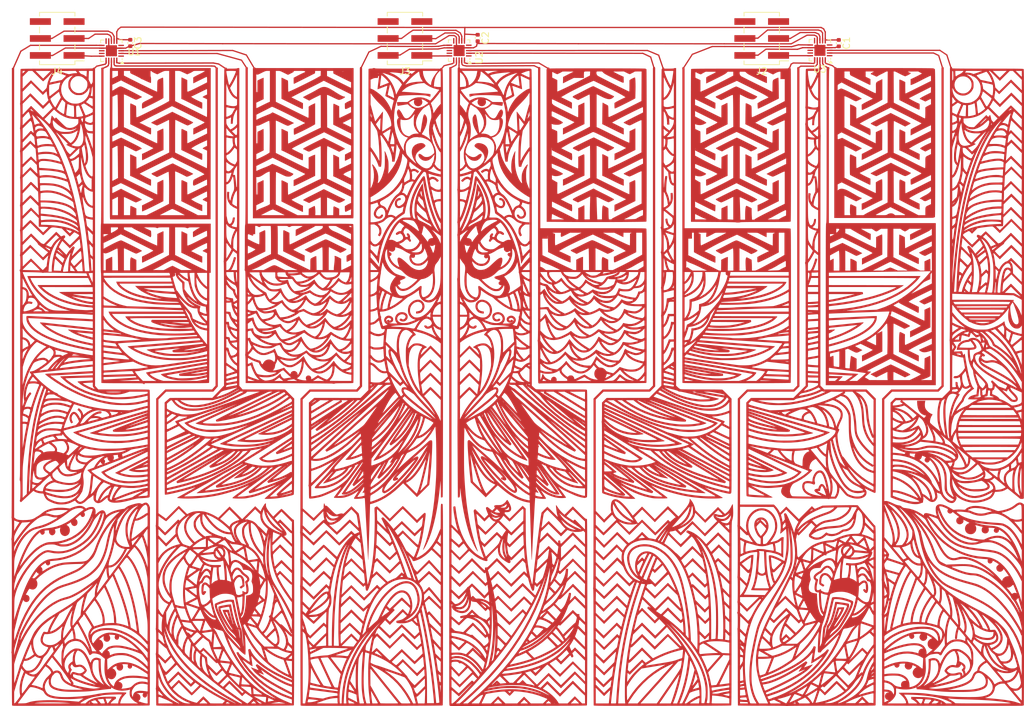
<source format=kicad_pcb>
(kicad_pcb (version 20241229) (generator "pcbnew") (generator_version "9.0")
  (layers (0 "F.Cu" signal) (2 "B.Cu" signal) (13 "F.Paste" user) (15 "B.Paste" user) (5 "F.SilkS" user "F.Silkscreen") (7 "B.SilkS" user "B.Silkscreen") (1 "F.Mask" user) (3 "B.Mask" user) (25 "Edge.Cuts" user))
  (net 0 "")
  (net 1 "T27")
  (net 2 "T04")
  (net 3 "T13")
  (net 4 "T26")
  (net 5 "T23")
  (net 6 "T07")
  (net 7 "T17")
  (net 8 "T14")
  (net 9 "T22")
  (net 10 "T16")
  (net 11 "T20")
  (net 12 "T00")
  (net 13 "T02")
  (net 14 "T03")
  (net 15 "T06")
  (net 16 "T12")
  (net 17 "T21")
  (net 18 "T11")
  (net 19 "T15")
  (net 20 "T25")
  (net 21 "T24")
  (net 22 "T05")
  (net 23 "T01")
  (net 24 "T10")
  (net 27 "GND")
  (net 29 "VDD")
  (net 40 "Net-(J2-Pin_1)")
  (net 42 "Net-(J2-Pin_3)")
  (net 45 "Net-(J2-Pin_4)")
  (net 48 "Net-(J3-Pin_4)")
  (net 50 "Net-(J3-Pin_3)")
  (net 51 "Net-(J3-Pin_1)")
  (net 52 "Net-(J4-Pin_3)")
  (net 53 "Net-(J4-Pin_4)")
  (net 55 "Net-(J4-Pin_1)")
  (footprint "Connector_PinHeader_2.54mm:PinHeader_2x03_P2.54mm_Vertical_SMD" (layer "F.Cu") (at 47.275 36.425 180)
    (property "Reference" "J4")
    (property "Value" "Conn_02x03_Odd_Even")
  )
  (footprint "Connector_PinHeader_2.54mm:PinHeader_2x03_P2.54mm_Vertical_SMD" (layer "F.Cu") (at 152.875 36.425 180)
    (property "Reference" "J2")
    (property "Value" "Conn_02x03_Odd_Even")
  )
  (footprint "Package_DFN_QFN:QFN-20-1EP_3x3mm_P0.4mm_EP1.65x1.65mm" (layer "F.Cu") (at 161.6 38.2 180)
    (property "Reference" "U3")
    (property "Value" "CH32V003F4U6")
  )
  (footprint "Package_DFN_QFN:QFN-20-1EP_3x3mm_P0.4mm_EP1.65x1.65mm" (layer "F.Cu") (at 107.515 38.235 180)
    (property "Reference" "U2")
    (property "Value" "CH32V003F4U6")
  )
  (footprint "Connector_PinHeader_2.54mm:PinHeader_2x03_P2.54mm_Vertical_SMD" (layer "F.Cu") (at 99.4 36.425 180)
    (property "Reference" "J3")
    (property "Value" "Conn_02x03_Odd_Even")
  )
  (footprint "Capacitor_SMD:C_0402_1005Metric" (layer "F.Cu") (at 164.425 37.125 -90)
    (property "Reference" "C1")
    (property "Value" ".1u")
  )
  (footprint "keytartouch:kelseytop" (layer "F.Cu") (at 116.339466 73.150652)
    (property "Reference" "J1" (hide yes))
    (property "Value" "CONNS" (hide yes))
  )
  (footprint "Capacitor_SMD:C_0402_1005Metric" (layer "F.Cu") (at 110.3 36.35 -90)
    (property "Reference" "C2")
    (property "Value" ".1u")
  )
  (footprint "Package_DFN_QFN:QFN-20-1EP_3x3mm_P0.4mm_EP1.65x1.65mm" (layer "F.Cu") (at 55.4 38.265 180)
    (property "Reference" "U1")
    (property "Value" "CH32V003F4U6")
  )
  (footprint "Capacitor_SMD:C_0402_1005Metric" (layer "F.Cu") (at 58.225 37.1 -90)
    (property "Reference" "C3")
    (property "Value" ".1u")
  )
  (segment (start 162.525 40.175) (end 163.475 40.5) (width 0.19) (layer "F.Cu") (net 1))
  (segment (start 162.4 40.05) (end 162.525 40.175) (width 0.19) (layer "F.Cu") (net 1))
  (segment (start 162.4 39.65) (end 162.4 40.05) (width 0.19) (layer "F.Cu") (net 1))
  (segment (start 163.475 40.5) (end 163.919466 40.880652) (width 0.19) (layer "F.Cu") (net 1))
  (segment (start 55 40.225) (end 54.9 40.5) (width 0.2) (layer "F.Cu") (net 2))
  (segment (start 54.7 40.65) (end 54.50343 40.72157) (width 0.2) (layer "F.Cu") (net 2))
  (segment (start 54.9 40.5) (end 54.7 40.65) (width 0.2) (layer "F.Cu") (net 2))
  (segment (start 54.049466 40.950652) (end 54.50343 40.72157) (width 0.2) (layer "F.Cu") (net 2))
  (segment (start 55 39.715) (end 55 40.225) (width 0.2) (layer "F.Cu") (net 2))
  (segment (start 106.715 39.685) (end 106.725 40.075) (width 0.19) (layer "F.Cu") (net 3))
  (segment (start 105.275 40.5) (end 104.849466 41.000652) (width 0.19) (layer "F.Cu") (net 3))
  (segment (start 106.725 40.075) (end 106.5 40.2) (width 0.19) (layer "F.Cu") (net 3))
  (segment (start 106.5 40.2) (end 105.275 40.5) (width 0.19) (layer "F.Cu") (net 3))
  (segment (start 161.6 39.65) (end 161.6 40.175) (width 0.19) (layer "F.Cu") (net 4))
  (segment (start 161.6 40.175) (end 161.625 40.375) (width 0.19) (layer "F.Cu") (net 4))
  (segment (start 161.625 40.375) (end 161.643078 40.863792) (width 0.19) (layer "F.Cu") (net 4))
  (segment (start 157.6 40.1) (end 157.3 40.25) (width 0.19) (layer "F.Cu") (net 5))
  (segment (start 160.8 40.075) (end 160.65 40.175) (width 0.19) (layer "F.Cu") (net 5))
  (segment (start 157.3 40.25) (end 157.009466 40.950652) (width 0.19) (layer "F.Cu") (net 5))
  (segment (start 159.975 40.125) (end 157.6 40.1) (width 0.19) (layer "F.Cu") (net 5))
  (segment (start 160.65 40.175) (end 159.975 40.125) (width 0.19) (layer "F.Cu") (net 5))
  (segment (start 160.825 39.325) (end 160.825 39.7) (width 0.19) (layer "F.Cu") (net 5))
  (segment (start 160.8 39.65) (end 160.8 40.075) (width 0.19) (layer "F.Cu") (net 5))
  (segment (start 56.55 40.125) (end 56.2 40.05) (width 0.2) (layer "F.Cu") (net 6))
  (segment (start 70.675 40.1) (end 56.55 40.125) (width 0.2) (layer "F.Cu") (net 6))
  (segment (start 72.549854 40.95703) (end 71.475 40.25) (width 0.2) (layer "F.Cu") (net 6))
  (segment (start 71.475 40.25) (end 70.675 40.1) (width 0.2) (layer "F.Cu") (net 6))
  (segment (start 56.2 40.05) (end 56.2 39.715) (width 0.2) (layer "F.Cu") (net 6))
  (segment (start 119.475 40.1) (end 118.575 40.1) (width 0.19) (layer "F.Cu") (net 7))
  (segment (start 118.575 40.1) (end 108.69985 40.169626) (width 0.19) (layer "F.Cu") (net 7))
  (segment (start 120.898091 40.936573) (end 119.475 40.1) (width 0.19) (layer "F.Cu") (net 7))
  (segment (start 108.325 40.075) (end 108.315 39.685) (width 0.19) (layer "F.Cu") (net 7))
  (segment (start 108.69985 40.169626) (end 108.325 40.075) (width 0.19) (layer "F.Cu") (net 7))
  (segment (start 107.025 40.425) (end 106.204908 40.86) (width 0.19) (layer "F.Cu") (net 8))
  (segment (start 107.115 39.685) (end 107.124339 40.224987) (width 0.19) (layer "F.Cu") (net 8))
  (segment (start 107.124339 40.224987) (end 107.025 40.425) (width 0.19) (layer "F.Cu") (net 8))
  (segment (start 160.15 37.4) (end 158.375 37.375) (width 0.19) (layer "F.Cu") (net 9))
  (segment (start 145.475 37.625) (end 142.475 38.8) (width 0.19) (layer "F.Cu") (net 9))
  (segment (start 145.475 37.625) (end 147.35 37.625) (width 0.19) (layer "F.Cu") (net 9))
  (segment (start 142.475 38.8) (end 141.129466 40.880652) (width 0.19) (layer "F.Cu") (net 9))
  (segment (start 157.375 37.65) (end 147.35 37.625) (width 0.19) (layer "F.Cu") (net 9))
  (segment (start 158.375 37.375) (end 157.375 37.65) (width 0.19) (layer "F.Cu") (net 9))
  (segment (start 107.515 39.685) (end 107.5 40.45) (width 0.19) (layer "F.Cu") (net 10))
  (segment (start 107.5 40.45) (end 107.499466 40.920652) (width 0.19) (layer "F.Cu") (net 10))
  (segment (start 181.26 40.86) (end 180.625 38.9) (width 0.19) (layer "F.Cu") (net 11))
  (segment (start 180.625 38.9) (end 179.575 38.2) (width 0.19) (layer "F.Cu") (net 11))
  (segment (start 179.575 38.2) (end 163.05 38.2) (width 0.19) (layer "F.Cu") (net 11))
  (segment (start 73.575 38.225) (end 75.625 38.9) (width 0.19) (layer "F.Cu") (net 12))
  (segment (start 75.625 38.9) (end 76.829466 40.920652) (width 0.19) (layer "F.Cu") (net 12))
  (segment (start 56.85 38.265) (end 73.575 38.225) (width 0.19) (layer "F.Cu") (net 12))
  (segment (start 53.95 37.465) (end 53.125 37.45) (width 0.19) (layer "F.Cu") (net 13))
  (segment (start 43.275 37.45) (end 53.125 37.45) (width 0.2) (layer "F.Cu") (net 13))
  (segment (start 40.649466 40.980652) (end 41.825 38.325) (width 0.2) (layer "F.Cu") (net 13))
  (segment (start 41.825 38.325) (end 43.275 37.45) (width 0.2) (layer "F.Cu") (net 13))
  (segment (start 54.6 40.125) (end 54.475 40.275) (width 0.2) (layer "F.Cu") (net 14))
  (segment (start 54.475 40.275) (end 53.2 40.575) (width 0.2) (layer "F.Cu") (net 14))
  (segment (start 54.6 39.715) (end 54.6 40.125) (width 0.2) (layer "F.Cu") (net 14))
  (segment (start 53.2 40.575) (end 52.779466 40.960652) (width 0.2) (layer "F.Cu") (net 14))
  (segment (start 55.4 39.715) (end 55.4 40.35) (width 0.2) (layer "F.Cu") (net 15))
  (segment (start 55.4 40.35) (end 55.389466 40.86) (width 0.2) (layer "F.Cu") (net 15))
  (segment (start 103.45 37.625) (end 104.425 37.6) (width 0.19) (layer "F.Cu") (net 16))
  (segment (start 95.799945 37.604037) (end 103.45 37.625) (width 0.19) (layer "F.Cu") (net 16))
  (segment (start 105.225 37.45) (end 106.065 37.435) (width 0.19) (layer "F.Cu") (net 16))
  (segment (start 94 38.45) (end 95.799945 37.604037) (width 0.19) (layer "F.Cu") (net 16))
  (segment (start 104.425 37.6) (end 105.225 37.45) (width 0.19) (layer "F.Cu") (net 16))
  (segment (start 94 38.45) (end 92.805242 40.86) (width 0.19) (layer "F.Cu") (net 16))
  (segment (start 179.4 38.975) (end 179.98788 40.86) (width 0.19) (layer "F.Cu") (net 17))
  (segment (start 178.625 38.6) (end 179.4 38.975) (width 0.19) (layer "F.Cu") (net 17))
  (segment (start 163.05 38.6) (end 178.625 38.6) (width 0.19) (layer "F.Cu") (net 17))
  (segment (start 109.75 38.625) (end 135.05 38.65) (width 0.19) (layer "F.Cu") (net 18))
  (segment (start 108.965 38.635) (end 109.75 38.625) (width 0.19) (layer "F.Cu") (net 18))
  (segment (start 135.05 38.65) (end 136.225 39.2) (width 0.19) (layer "F.Cu") (net 18))
  (segment (start 136.225 39.2) (end 136.735793 40.86) (width 0.19) (layer "F.Cu") (net 18))
  (segment (start 108.625 40.55) (end 118.75 40.5) (width 0.19) (layer "F.Cu") (net 19))
  (segment (start 107.925 40.05) (end 107.95 40.3) (width 0.19) (layer "F.Cu") (net 19))
  (segment (start 107.915 39.685) (end 107.925 40.05) (width 0.19) (layer "F.Cu") (net 19))
  (segment (start 108.1 40.45) (end 108.625 40.55) (width 0.19) (layer "F.Cu") (net 19))
  (segment (start 118.75 40.5) (end 119.519766 40.86) (width 0.19) (layer "F.Cu") (net 19))
  (segment (start 107.95 40.3) (end 108.1 40.45) (width 0.19) (layer "F.Cu") (net 19))
  (segment (start 162 40.175) (end 162.2 40.475) (width 0.19) (layer "F.Cu") (net 20))
  (segment (start 162 39.65) (end 162 40.175) (width 0.19) (layer "F.Cu") (net 20))
  (segment (start 162.2 40.475) (end 162.842031 40.86) (width 0.19) (layer "F.Cu") (net 20))
  (segment (start 161.2 40.3) (end 161.205 39.65) (width 0.19) (layer "F.Cu") (net 21))
  (segment (start 160.925 40.575) (end 161.2 40.3) (width 0.19) (layer "F.Cu") (net 21))
  (segment (start 158.725 40.575) (end 160.925 40.575) (width 0.19) (layer "F.Cu") (net 21))
  (segment (start 158.361836 40.86) (end 158.725 40.575) (width 0.19) (layer "F.Cu") (net 21))
  (segment (start 55.8 39.715) (end 55.8 40.325) (width 0.2) (layer "F.Cu") (net 22))
  (segment (start 56.175 40.55) (end 70.425 40.55) (width 0.2) (layer "F.Cu") (net 22))
  (segment (start 70.425 40.55) (end 70.872659 40.572658) (width 0.2) (layer "F.Cu") (net 22))
  (segment (start 55.8 40.325) (end 55.925 40.5) (width 0.2) (layer "F.Cu") (net 22))
  (segment (start 70.872659 40.572658) (end 71.179466 40.910652) (width 0.2) (layer "F.Cu") (net 22))
  (segment (start 55.925 40.5) (end 56.175 40.55) (width 0.2) (layer "F.Cu") (net 22))
  (segment (start 74.9 39.675) (end 75.674023 40.86) (width 0.19) (layer "F.Cu") (net 23))
  (segment (start 56.85 38.665) (end 57.85 38.675) (width 0.19) (layer "F.Cu") (net 23))
  (segment (start 57.85 38.675) (end 71.25 38.675) (width 0.19) (layer "F.Cu") (net 23))
  (segment (start 71.25 38.675) (end 74.9 39.675) (width 0.19) (layer "F.Cu") (net 23))
  (segment (start 138.112677 40.956263) (end 137.425 38.925) (width 0.19) (layer "F.Cu") (net 24))
  (segment (start 137.425 38.925) (end 135.75 38.225) (width 0.19) (layer "F.Cu") (net 24))
  (segment (start 135.75 38.225) (end 108.965 38.235) (width 0.19) (layer "F.Cu") (net 24))
  (segment (start 152.325 38.925) (end 153.524949 38.0204) (width 0.19) (layer "F.Cu") (net 27))
  (segment (start 147.25 37.225) (end 125.4 37.2) (width 0.19) (layer "F.Cu") (net 27))
  (segment (start 100.075 38.025) (end 98.675 38.9) (width 0.19) (layer "F.Cu") (net 27))
  (segment (start 107.125 36.325) (end 107.025 36.125) (width 0.19) (layer "F.Cu") (net 27))
  (segment (start 107.85 37.825) (end 107.515 38.235) (width 0.19) (layer "F.Cu") (net 27))
  (segment (start 160.775 35.925) (end 159.675 35.925) (width 0.19) (layer "F.Cu") (net 27))
  (segment (start 56.85 37.865) (end 55.7 37.875) (width 0.19) (layer "F.Cu") (net 27))
  (segment (start 163.05 37.8) (end 162.025 37.8) (width 0.19) (layer "F.Cu") (net 27))
  (segment (start 105.275074 37.829166) (end 104.375 38) (width 0.19) (layer "F.Cu") (net 27))
  (segment (start 157.3 37.225) (end 147.25 37.225) (width 0.19) (layer "F.Cu") (net 27))
  (segment (start 159.675 35.925) (end 157.3 37.225) (width 0.19) (layer "F.Cu") (net 27))
  (segment (start 57.525 37.875) (end 57.975 37.65) (width 0.19) (layer "F.Cu") (net 27))
  (segment (start 46.575 38.975) (end 44.75 38.965) (width 0.19) (layer "F.Cu") (net 27))
  (segment (start 150.35 38.965) (end 152.325 38.925) (width 0.19) (layer "F.Cu") (net 27))
  (segment (start 56.85 37.865) (end 57.525 37.875) (width 0.19) (layer "F.Cu") (net 27))
  (segment (start 162.025 37.8) (end 161.6 38.2) (width 0.19) (layer "F.Cu") (net 27))
  (segment (start 55 36.815) (end 55 37.75) (width 0.19) (layer "F.Cu") (net 27))
  (segment (start 108.965 37.835) (end 109.675 37.825) (width 0.19) (layer "F.Cu") (net 27))
  (segment (start 161.215 36.25) (end 161.075 36.075) (width 0.19) (layer "F.Cu") (net 27))
  (segment (start 98.675 38.9) (end 96.875 38.965) (width 0.19) (layer "F.Cu") (net 27))
  (segment (start 59.6 37.175) (end 58.225 37.58) (width 0.19) (layer "F.Cu") (net 27))
  (segment (start 125.4 37.2) (end 110.21896 37.175) (width 0.19) (layer "F.Cu") (net 27))
  (segment (start 53.95 37.865) (end 48.5 37.85) (width 0.19) (layer "F.Cu") (net 27))
  (segment (start 107.115 36.785) (end 107.125 37.6) (width 0.19) (layer "F.Cu") (net 27))
  (segment (start 48.5 37.85) (end 46.575 38.975) (width 0.19) (layer "F.Cu") (net 27))
  (segment (start 109.675 37.825) (end 110.125 37.575) (width 0.19) (layer "F.Cu") (net 27))
  (segment (start 53.95 37.865) (end 56.85 37.865) (width 0.19) (layer "F.Cu") (net 27))
  (segment (start 159.025 37.8) (end 160.15 37.8) (width 0.19) (layer "F.Cu") (net 27))
  (segment (start 160.15 37.8) (end 163.05 37.8) (width 0.19) (layer "F.Cu") (net 27))
  (segment (start 161.075 36.075) (end 160.775 35.925) (width 0.19) (layer "F.Cu") (net 27))
  (segment (start 107.025 36.125) (end 106.75 35.98) (width 0.19) (layer "F.Cu") (net 27))
  (segment (start 106.75 35.98) (end 106.025 35.98) (width 0.19) (layer "F.Cu") (net 27))
  (segment (start 107.125 37.6) (end 107.515 38.235) (width 0.19) (layer "F.Cu") (net 27))
  (segment (start 110.21896 37.175) (end 110.3 36.83) (width 0.19) (layer "F.Cu") (net 27))
  (segment (start 106.065 37.835) (end 105.275074 37.829166) (width 0.19) (layer "F.Cu") (net 27))
  (segment (start 161.2 38.05) (end 161.6 38.2) (width 0.19) (layer "F.Cu") (net 27))
  (segment (start 96.75 37.225) (end 72.075 37.2) (width 0.19) (layer "F.Cu") (net 27))
  (segment (start 106.065 37.835) (end 108.965 37.835) (width 0.19) (layer "F.Cu") (net 27))
  (segment (start 55.7 37.875) (end 55.4 38.265) (width 0.19) (layer "F.Cu") (net 27))
  (segment (start 108.965 37.835) (end 107.85 37.825) (width 0.19) (layer "F.Cu") (net 27))
  (segment (start 161.2 36.75) (end 161.215 36.25) (width 0.19) (layer "F.Cu") (net 27))
  (segment (start 106.025 35.98) (end 104 37.225) (width 0.19) (layer "F.Cu") (net 27))
  (segment (start 163.9 37.8) (end 164.425 37.605) (width 0.19) (layer "F.Cu") (net 27))
  (segment (start 104 37.225) (end 96.75 37.225) (width 0.19) (layer "F.Cu") (net 27))
  (segment (start 104.375 38) (end 100.075 38.025) (width 0.19) (layer "F.Cu") (net 27))
  (segment (start 153.524949 38.0204) (end 158.225 38.05) (width 0.19) (layer "F.Cu") (net 27))
  (segment (start 72.075 37.2) (end 59.6 37.175) (width 0.19) (layer "F.Cu") (net 27))
  (segment (start 163.05 37.8) (end 163.9 37.8) (width 0.19) (layer "F.Cu") (net 27))
  (segment (start 158.225 38.05) (end 159.025 37.8) (width 0.19) (layer "F.Cu") (net 27))
  (segment (start 110.125 37.575) (end 110.21896 37.175) (width 0.19) (layer "F.Cu") (net 27))
  (segment (start 161.2 36.75) (end 161.2 38.05) (width 0.19) (layer "F.Cu") (net 27))
  (segment (start 55 37.75) (end 55.4 38.265) (width 0.19) (layer "F.Cu") (net 27))
  (segment (start 107.115 36.785) (end 107.125 36.325) (width 0.19) (layer "F.Cu") (net 27))
  (segment (start 164.425 36.645) (end 162.4 36.65) (width 0.19) (layer "F.Cu") (net 29))
  (segment (start 108.375 34.775) (end 161.775 34.775) (width 0.19) (layer "F.Cu") (net 29))
  (segment (start 110.3 35.87) (end 108.345149 35.775) (width 0.19) (layer "F.Cu") (net 29))
  (segment (start 56.2 36.375) (end 56.2 36.815) (width 0.19) (layer "F.Cu") (net 29))
  (segment (start 162.4 35.45) (end 162.4 36.75) (width 0.19) (layer "F.Cu") (net 29))
  (segment (start 56.2 35.425) (end 56.2 36.375) (width 0.19) (layer "F.Cu") (net 29))
  (segment (start 108.375 34.775) (end 56.825 34.725) (width 0.19) (layer "F.Cu") (net 29))
  (segment (start 161.775 34.775) (end 162.15 34.975) (width 0.19) (layer "F.Cu") (net 29))
  (segment (start 56.425 35.025) (end 56.2 35.425) (width 0.19) (layer "F.Cu") (net 29))
  (segment (start 108.315 36.785) (end 108.345149 35.775) (width 0.19) (layer "F.Cu") (net 29))
  (segment (start 162.15 34.975) (end 162.4 35.45) (width 0.19) (layer "F.Cu") (net 29))
  (segment (start 108.345149 35.775) (end 108.375 34.775) (width 0.19) (layer "F.Cu") (net 29))
  (segment (start 56.825 34.725) (end 56.425 35.025) (width 0.19) (layer "F.Cu") (net 29))
  (segment (start 56.65 36.6) (end 56.2 36.375) (width 0.19) (layer "F.Cu") (net 29))
  (segment (start 58.225 36.62) (end 56.65 36.6) (width 0.19) (layer "F.Cu") (net 29))
  (segment (start 160.15 39) (end 155.525 39) (width 0.19) (layer "F.Cu") (net 40))
  (segment (start 155.4 36.425) (end 157.15 36.425) (width 0.19) (layer "F.Cu") (net 42))
  (segment (start 158.65 35.535) (end 160.875 35.535) (width 0.19) (layer "F.Cu") (net 42))
  (segment (start 161.4 35.75) (end 161.6 36.125) (width 0.19) (layer "F.Cu") (net 42))
  (segment (start 161.6 36.125) (end 161.6 36.75) (width 0.19) (layer "F.Cu") (net 42))
  (segment (start 160.875 35.535) (end 161.4 35.75) (width 0.19) (layer "F.Cu") (net 42))
  (segment (start 157.15 36.425) (end 158.65 35.535) (width 0.19) (layer "F.Cu") (net 42))
  (segment (start 153.75 35.155) (end 152.3 36.375) (width 0.19) (layer "F.Cu") (net 45))
  (segment (start 161.375 35.155) (end 153.75 35.155) (width 0.19) (layer "F.Cu") (net 45))
  (segment (start 162 35.6) (end 161.775 35.3) (width 0.19) (layer "F.Cu") (net 45))
  (segment (start 152.3 36.375) (end 150.35 36.425) (width 0.19) (layer "F.Cu") (net 45))
  (segment (start 162 36.75) (end 162 35.6) (width 0.19) (layer "F.Cu") (net 45))
  (segment (start 161.775 35.3) (end 161.375 35.155) (width 0.19) (layer "F.Cu") (net 45))
  (segment (start 100.625 35.175) (end 100.05 35.55) (width 0.19) (layer "F.Cu") (net 48))
  (segment (start 107.925 36.1) (end 107.7 35.6) (width 0.19) (layer "F.Cu") (net 48))
  (segment (start 107.7 35.6) (end 107.05 35.2) (width 0.19) (layer "F.Cu") (net 48))
  (segment (start 107.915 36.785) (end 107.925 36.1) (width 0.19) (layer "F.Cu") (net 48))
  (segment (start 100.05 35.55) (end 98.875 36.425) (width 0.19) (layer "F.Cu") (net 48))
  (segment (start 98.875 36.425) (end 96.875 36.425) (width 0.19) (layer "F.Cu") (net 48))
  (segment (start 107.05 35.2) (end 100.625 35.175) (width 0.19) (layer "F.Cu") (net 48))
  (segment (start 107.525 36.175) (end 107.515 36.785) (width 0.19) (layer "F.Cu") (net 50))
  (segment (start 105.4 35.6) (end 104.025 36.45) (width 0.19) (layer "F.Cu") (net 50))
  (segment (start 107.525 36.175) (end 107.35 35.875) (width 0.19) (layer "F.Cu") (net 50))
  (segment (start 104.025 36.45) (end 101.925 36.425) (width 0.19) (layer "F.Cu") (net 50))
  (segment (start 107.35 35.875) (end 106.9 35.6) (width 0.19) (layer "F.Cu") (net 50))
  (segment (start 106.9 35.6) (end 105.4 35.6) (width 0.19) (layer "F.Cu") (net 50))
  (segment (start 103.275 39.05) (end 106.065 39.035) (width 0.19) (layer "F.Cu") (net 51))
  (segment (start 101.925 38.965) (end 103.275 39.05) (width 0.19) (layer "F.Cu") (net 51))
  (segment (start 52.95 35.775) (end 51.975 36.425) (width 0.19) (layer "F.Cu") (net 52))
  (segment (start 55.175 35.95) (end 54.8 35.775) (width 0.19) (layer "F.Cu") (net 52))
  (segment (start 54.8 35.775) (end 52.95 35.775) (width 0.19) (layer "F.Cu") (net 52))
  (segment (start 51.975 36.425) (end 49.8 36.425) (width 0.19) (layer "F.Cu") (net 52))
  (segment (start 55.4 36.815) (end 55.4 36.25) (width 0.19) (layer "F.Cu") (net 52))
  (segment (start 55.4 36.25) (end 55.175 35.95) (width 0.19) (layer "F.Cu") (net 52))
  (segment (start 48.3 35.325) (end 54.925 35.325) (width 0.19) (layer "F.Cu") (net 53))
  (segment (start 55.8 36.1) (end 55.8 36.815) (width 0.19) (layer "F.Cu") (net 53))
  (segment (start 54.925 35.325) (end 55.525 35.625) (width 0.19) (layer "F.Cu") (net 53))
  (segment (start 44.75 36.425) (end 46.475 36.425) (width 0.19) (layer "F.Cu") (net 53))
  (segment (start 55.525 35.625) (end 55.8 36.1) (width 0.19) (layer "F.Cu") (net 53))
  (segment (start 46.475 36.425) (end 48.3 35.325) (width 0.19) (layer "F.Cu") (net 53))
  (segment (start 52.375 39.075) (end 53.95 39.065) (width 0.19) (layer "F.Cu") (net 55))
  (segment (start 49.8 38.965) (end 52.375 39.075) (width 0.19) (layer "F.Cu") (net 55))
)
</source>
